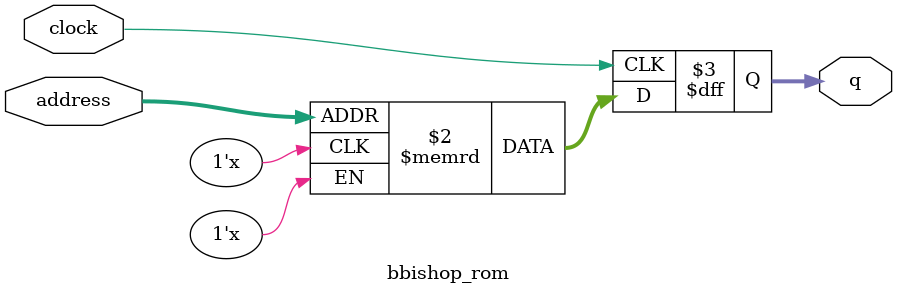
<source format=sv>
module bbishop_rom (
	input logic clock,
	input logic [11:0] address,
	output logic [1:0] q
);

logic [1:0] memory [0:3024] /* synthesis ram_init_file = "./bbishop/bbishop.COE" */;

always_ff @ (posedge clock) begin
	q <= memory[address];
end

endmodule

</source>
